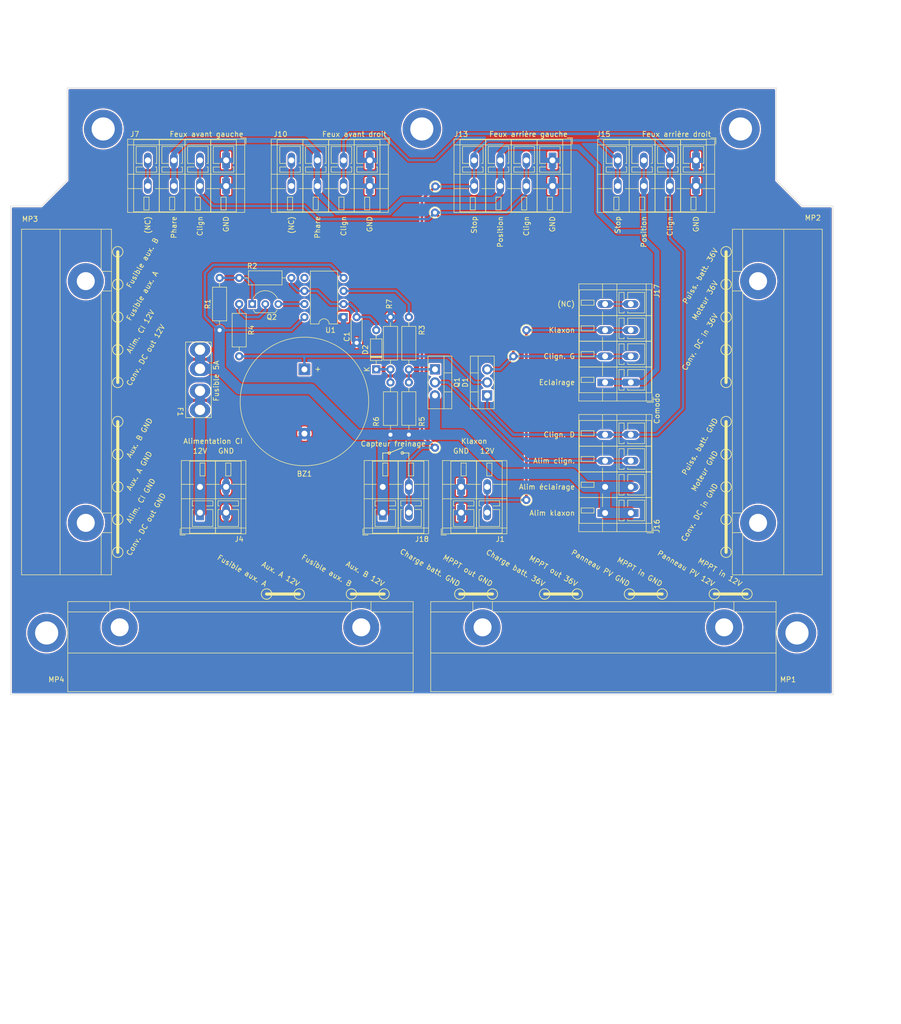
<source format=kicad_pcb>
(kicad_pcb (version 20211014) (generator pcbnew)

  (general
    (thickness 1.6)
  )

  (paper "A4")
  (layers
    (0 "F.Cu" signal)
    (31 "B.Cu" signal)
    (32 "B.Adhes" user "B.Adhesive")
    (33 "F.Adhes" user "F.Adhesive")
    (34 "B.Paste" user)
    (35 "F.Paste" user)
    (36 "B.SilkS" user "B.Silkscreen")
    (37 "F.SilkS" user "F.Silkscreen")
    (38 "B.Mask" user)
    (39 "F.Mask" user)
    (40 "Dwgs.User" user "User.Drawings")
    (41 "Cmts.User" user "User.Comments")
    (42 "Eco1.User" user "User.Eco1")
    (43 "Eco2.User" user "User.Eco2")
    (44 "Edge.Cuts" user)
    (45 "Margin" user)
    (46 "B.CrtYd" user "B.Courtyard")
    (47 "F.CrtYd" user "F.Courtyard")
    (48 "B.Fab" user)
    (49 "F.Fab" user)
    (50 "User.1" user)
    (51 "User.2" user)
    (52 "User.3" user)
    (53 "User.4" user)
    (54 "User.5" user)
    (55 "User.6" user)
    (56 "User.7" user)
    (57 "User.8" user)
    (58 "User.9" user)
  )

  (setup
    (stackup
      (layer "F.SilkS" (type "Top Silk Screen"))
      (layer "F.Paste" (type "Top Solder Paste"))
      (layer "F.Mask" (type "Top Solder Mask") (thickness 0.01))
      (layer "F.Cu" (type "copper") (thickness 0.035))
      (layer "dielectric 1" (type "core") (thickness 1.51) (material "FR4") (epsilon_r 4.5) (loss_tangent 0.02))
      (layer "B.Cu" (type "copper") (thickness 0.035))
      (layer "B.Mask" (type "Bottom Solder Mask") (thickness 0.01))
      (layer "B.Paste" (type "Bottom Solder Paste"))
      (layer "B.SilkS" (type "Bottom Silk Screen"))
      (copper_finish "None")
      (dielectric_constraints no)
    )
    (pad_to_mask_clearance 0)
    (pcbplotparams
      (layerselection 0x00010e0_ffffffff)
      (disableapertmacros false)
      (usegerberextensions false)
      (usegerberattributes true)
      (usegerberadvancedattributes true)
      (creategerberjobfile true)
      (svguseinch false)
      (svgprecision 6)
      (excludeedgelayer true)
      (plotframeref false)
      (viasonmask false)
      (mode 1)
      (useauxorigin false)
      (hpglpennumber 1)
      (hpglpenspeed 20)
      (hpglpendiameter 15.000000)
      (dxfpolygonmode true)
      (dxfimperialunits true)
      (dxfusepcbnewfont true)
      (psnegative false)
      (psa4output false)
      (plotreference true)
      (plotvalue true)
      (plotinvisibletext false)
      (sketchpadsonfab false)
      (subtractmaskfromsilk false)
      (outputformat 1)
      (mirror false)
      (drillshape 0)
      (scaleselection 1)
      (outputdirectory "")
    )
  )

  (net 0 "")
  (net 1 "GND")
  (net 2 "Net-(F1-Pad2)")
  (net 3 "Net-(D1-Pad1)")
  (net 4 "unconnected-(J7-Pad4)")
  (net 5 "unconnected-(J10-Pad4)")
  (net 6 "/Phares")
  (net 7 "Net-(J13-Pad4)")
  (net 8 "Net-(J1-Pad2)")
  (net 9 "/Flasher/Out")
  (net 10 "unconnected-(J17-Pad4)")
  (net 11 "/12V_5A")
  (net 12 "Net-(Q1-Pad1)")
  (net 13 "Net-(C1-Pad1)")
  (net 14 "Net-(D1-Pad3)")
  (net 15 "Net-(Q2-Pad1)")
  (net 16 "unconnected-(U1-Pad5)")
  (net 17 "Net-(Q2-Pad2)")
  (net 18 "/Flasher/Enable")
  (net 19 "Net-(Q2-Pad3)")
  (net 20 "Net-(R3-Pad1)")
  (net 21 "Net-(D2-Pad1)")

  (footprint "circuit:Wago_221-500_SplicingConnectorHolder" (layer "F.Cu") (at 94.615 85.09 90))

  (footprint "circuit:MountingHole_5mm" (layer "F.Cu") (at 87 130))

  (footprint "circuit:Buzzer_25x16_12.5" (layer "F.Cu") (at 137.16 78.74 -90))

  (footprint "circuit:Strap_D2.0mm_Drill1.0mm" (layer "F.Cu") (at 162.56 48.26))

  (footprint "circuit:Wago_221-500_SplicingConnectorHolder" (layer "F.Cu") (at 124.714 128.905 180))

  (footprint "circuit:Multicomp_MCCQ-122" (layer "F.Cu") (at 116.84 74.93 -90))

  (footprint "circuit:TerminalBlock_WAGO_236-402_1x02_P5.08mm_45Degree" (layer "F.Cu") (at 116.84 101.6))

  (footprint "Resistor_THT:R_Axial_DIN0207_L6.3mm_D2.5mm_P10.16mm_Horizontal" (layer "F.Cu") (at 157.48 68.58 -90))

  (footprint "circuit:MountingHole_5mm" (layer "F.Cu") (at 98 32))

  (footprint "circuit:TerminalBlock_WAGO_236-404_1x04_P5.08mm_45Degree" (layer "F.Cu") (at 185.42 38.1 180))

  (footprint "Package_DIP:DIP-8_W7.62mm" (layer "F.Cu") (at 144.78 68.58 180))

  (footprint "circuit:Strap_D2.0mm_Drill1.0mm" (layer "F.Cu") (at 177.8 76.2))

  (footprint "circuit:Strap_D2.0mm_Drill1.0mm" (layer "F.Cu") (at 180.34 104.14))

  (footprint "circuit:TerminalBlock_WAGO_236-404_1x04_P5.08mm_45Degree" (layer "F.Cu") (at 213.36 38.1 180))

  (footprint "circuit:MountingHole_5mm" (layer "F.Cu") (at 222 32))

  (footprint "circuit:TO-220-3_Vertical" (layer "F.Cu") (at 172.72 83.82 90))

  (footprint "Package_TO_SOT_THT:TO-92L_Inline_Wide" (layer "F.Cu") (at 127 66.04))

  (footprint "circuit:TerminalBlock_WAGO_236-404_1x04_P5.08mm_45Degree" (layer "F.Cu") (at 121.92 38.1 180))

  (footprint "Resistor_THT:R_Axial_DIN0207_L6.3mm_D2.5mm_P10.16mm_Horizontal" (layer "F.Cu") (at 153.9 78.74 90))

  (footprint "circuit:TerminalBlock_WAGO_236-404_1x04_P5.08mm_45Degree" (layer "F.Cu") (at 200.66 106.68 90))

  (footprint "Resistor_THT:R_Axial_DIN0207_L6.3mm_D2.5mm_P10.16mm_Horizontal" (layer "F.Cu") (at 157.48 91.44 90))

  (footprint "circuit:Wago_221-500_SplicingConnectorHolder" (layer "F.Cu") (at 225.425 85.09 -90))

  (footprint "Resistor_THT:R_Axial_DIN0207_L6.3mm_D2.5mm_P10.16mm_Horizontal" (layer "F.Cu") (at 124.46 66.04 -90))

  (footprint "circuit:MountingHole_5mm" (layer "F.Cu") (at 160 32))

  (footprint "Resistor_THT:R_Axial_DIN0207_L6.3mm_D2.5mm_P10.16mm_Horizontal" (layer "F.Cu") (at 153.9 91.45 90))

  (footprint "circuit:Strap_D2.0mm_Drill1.0mm" (layer "F.Cu") (at 162.56 93.98))

  (footprint "Resistor_THT:R_Axial_DIN0207_L6.3mm_D2.5mm_P10.16mm_Horizontal" (layer "F.Cu") (at 120.65 71.12 90))

  (footprint "Resistor_THT:R_Axial_DIN0207_L6.3mm_D2.5mm_P10.16mm_Horizontal" (layer "F.Cu") (at 124.46 60.96))

  (footprint "circuit:Strap_D2.0mm_Drill1.0mm" (layer "F.Cu") (at 180.34 71.12))

  (footprint "Capacitor_THT:C_Disc_D4.3mm_W1.9mm_P5.00mm" (layer "F.Cu") (at 147.32 68.58 -90))

  (footprint "circuit:Strap_D2.0mm_Drill1.0mm" (layer "F.Cu") (at 162.63 43.18))

  (footprint "circuit:TerminalBlock_WAGO_236-402_1x02_P5.08mm_45Degree" (layer "F.Cu") (at 167.64 101.6))

  (footprint "circuit:Wago_221-500_SplicingConnectorHolder" (layer "F.Cu") (at 195.326 128.905 180))

  (footprint "circuit:TerminalBlock_WAGO_236-402_1x02_P5.08mm_45Degree" (layer "F.Cu")
    (tedit 67A265E1) (tstamp ee376e01-fd87-460d-8054-53f57dc05951)
    (at 152.4 101.6)
    (descr "Terminal Block WAGO 236-402, 45Degree (cable under 45degree), 2 pins, pitch 5.08mm, size 12.3x14mm^2, drill diamater 1.15mm, pad diameter 3mm")
    (tags "THT Terminal Block WAGO 236-402 45Degree pitch 5.08mm size 12.3x14mm^2 drill 1.15mm pad 3mm")
    (property "Sheetfile" "circuit.kicad_sch")
    (property "Sheetname" "")
    (path "/e25831d2-9583-475c-a839-189f3156583f")
    (attr through_hole)
    (fp_text reference "J18" (at 7.62 10.16) (layer "F.SilkS")
      (effects (font (size 1 1) (thickness 0.15)))
      (tstamp 78fade79-4b4d-4ad8-8098-87a075f72e45)
    )
    (fp_text value "Conn_Capteur_Frein" (at 2.65 10.12) (layer "F.Fab")
      (effects (font (size 1 1) (thickness 0.15)))
      (tstamp 0bbaf0b7-9a40-43d4-b472-92769e96c9f0)
    )
    (fp_text user "${REFERENCE}" (at 2.65 1) (layer "F.Fab")
      (effects (font (size 1 1) (thickness 0.15)))
      (tstamp d79d1392-ac34-4473-b8a7-c9f388dd60ed)
    )
    (fp_line (start 3.5 7.7) (end 7.5 7.7) (layer "F.SilkS") (width 0.12) (tstamp 03cbcb17-4cd4-4291-bd41-b3e607e61dc4))
    (fp_line (start 6 -4.65) (end 6 -2.151) (layer "F.SilkS") (width 0.12) (tstamp 06f08405-6197-40be-af54-9fa42d684743))
    (fp_line (start 7.5 4.4) (end 7.5 7.7) (layer "F.SilkS") (width 0.12) (tstamp 10395d06-53e7-4f17-8398-e56394846f2e))
    (fp_line (start -1.5 3.7) (end -1.23 3.7) (layer "F.SilkS") (width 0.12) (tstamp 176c189a-d73e-4e04-8097-65e6830e8abb))
    (fp_line (start 3 -5) (end 3 9) (layer "F.SilkS") (width 0.12) (tstamp 177c0fde-9b14-4f84-ae0f-96cce8ccfb40))
    (fp_line (start 6.23 -0.5) (end 8.921 -0.5) (layer "F.SilkS") (width 0.12) (tstamp 196910ae-9780-4b38-b9f0-fec016073d7d))
    (fp_line (start 8 -5) (end 8 9) (layer "F.SilkS") (width 0.12) (tstamp 20d1cbd3-105d-4528-b0ec-c806e5c3730d))
    (fp_line (start 3.5 4.4) (end 3.77 4.4) (layer "F.SilkS") (width 0.12) (tstamp 215ba7e4-4824-47b9-be2a-f449a00476d9))
    (fp_line (start -3.62 -5.12) (end -3.62 9.12) (layer "F.SilkS") (width 0.12) (tstamp 24d687c2-f89b-4a92-ac16-f93abb516e5d))
    (fp_line (start 3.5 2.7) (end 7.5 2.7) (layer "F.SilkS") (width 0.12) (tstamp 283eba45-33d5-45c0-9100-76888ef889a1))
    (fp_line (start -1.5 2.7) (end 2.5 2.7) (layer "F.SilkS") (width 0.12) (tstamp 33984e5d-8430-4ef9-83cf-d8c85d1d4c81))
    (fp_line (start 0 -4.65) (end 0 -2.151) (layer "F.SilkS") (width 0.12) (tstamp 42e47897-88c2-4378-8310-672793da31bd))
    (fp_line (start 2.5 2.7) (end 2.5 3.7) (layer "F.SilkS") (width 0.12) (tstamp 4603587d-4325-4bd4-8ad7-8106882a8510))
    (fp_line (start 0 -4.65) (end 1 -4.65) (layer "F.SilkS") (width 0.12) (tstamp 47ba3a0f-b431-46e7-be3d-b0b6f1069b76))
    (fp_line (start 3 -5) (end 8 -5) (layer "F.SilkS") (width 0.12) (tstamp 4ded14f9-3715-41fc-8a9d-079c3f33e468))
    (fp_line (start 1.23 4.4) (end 2.5 4.4) (layer "F.SilkS") (width 0.12) (tstamp 5133da77-d4aa-40af-9e94-c9e392a712fb))
    (fp_line (start 3 9) (end 8 9) (layer "F.SilkS") (width 0.12) (tstamp 6099117e-ab90-41f8-a0c1-cee1d48a5e27))
    (fp_line (start 3 -5) (end 3 9) (layer "F.SilkS") (width 0.12) (tstamp 60fc21ae-6f0f-48ed-b1fb-b0d905d11fd3))
    (fp_line (start 5 -4.65) (end 5 -2.151) (layer "F.SilkS") (width 0.12) (tstamp 628ce420-7974-4138-94d5-d6d3644b3f98))
    (fp_line (start -2 -5) (end -2 9) (layer "F.SilkS") (width 0.12) (tstamp 677d3d8b-8de3-4915-9ade-fc8347a5093a))
    (fp_line (start 2.5 4.4) (end 2.5 7.7) (layer "F.SilkS") (width 0.12) (tstamp 68a6eb6b-860f-4dda-813a-3424760c2239))
    (fp_line (start 8.921 -5.12) (end 8.921 9.12) (layer "F.SilkS") (width 0.12) (tstamp 7fb5be81-4048-46f1-bf3d-603e817f41e3))
    (fp_line (start -1.5 2.7) (end -1.5 3.7) (layer "F.SilkS") (width 0.12) (
... [906810 chars truncated]
</source>
